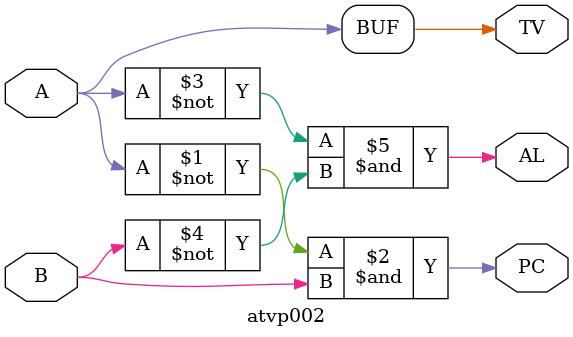
<source format=v>
module atvp002(A,B,PC,AL,TV);
  input A,B;
  output TV,PC,AL;
  assign TV = A,PC = ~A & B,AL= ~A & ~B;	
endmodule
</source>
